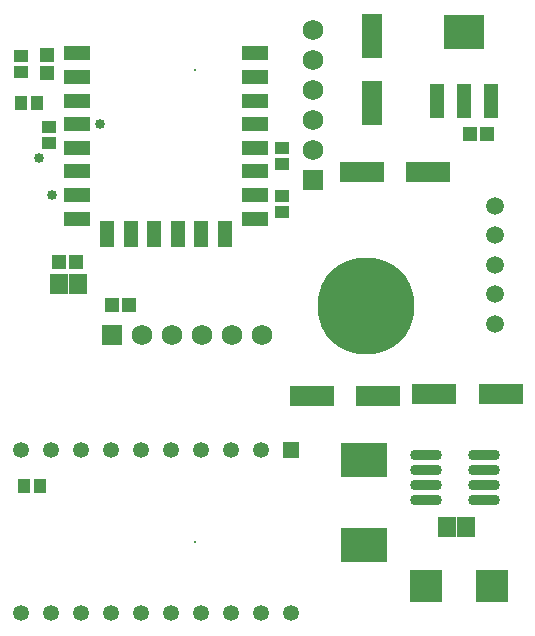
<source format=gts>
G04*
G04 #@! TF.GenerationSoftware,Altium Limited,Altium Designer,23.6.0 (18)*
G04*
G04 Layer_Color=8388736*
%FSLAX25Y25*%
%MOIN*%
G70*
G04*
G04 #@! TF.SameCoordinates,7954F5F0-22A1-4131-B6F7-0AC426F17986*
G04*
G04*
G04 #@! TF.FilePolarity,Negative*
G04*
G01*
G75*
%ADD17R,0.08674X0.04737*%
%ADD18R,0.04737X0.08674*%
%ADD19R,0.07099X0.14580*%
%ADD20R,0.14580X0.07099*%
%ADD21R,0.04343X0.04934*%
%ADD22O,0.10642X0.03556*%
%ADD23R,0.06115X0.06509*%
%ADD24R,0.10642X0.10642*%
%ADD25R,0.15800X0.11784*%
%ADD26R,0.05918X0.06509*%
%ADD27R,0.04540X0.04934*%
%ADD28R,0.04934X0.04343*%
%ADD29R,0.13792X0.11430*%
%ADD30R,0.04737X0.11430*%
%ADD31R,0.04934X0.04540*%
%ADD32C,0.05900*%
%ADD33C,0.05315*%
%ADD34R,0.05315X0.05315*%
%ADD35C,0.32296*%
%ADD36C,0.00800*%
%ADD37R,0.06902X0.06902*%
%ADD38C,0.06902*%
%ADD39R,0.06902X0.06902*%
%ADD40C,0.03359*%
D17*
X18012Y190354D02*
D03*
Y182480D02*
D03*
Y174606D02*
D03*
Y166732D02*
D03*
Y158858D02*
D03*
Y150984D02*
D03*
X18012Y143110D02*
D03*
X18012Y135236D02*
D03*
X-41043Y135236D02*
D03*
Y143110D02*
D03*
Y150984D02*
D03*
X-41043Y158858D02*
D03*
X-41043Y166732D02*
D03*
X-41043Y174606D02*
D03*
X-41043Y182480D02*
D03*
Y190354D02*
D03*
D18*
X8169Y130118D02*
D03*
X295Y130118D02*
D03*
X-7579D02*
D03*
X-15453D02*
D03*
X-23327Y130118D02*
D03*
X-31201Y130118D02*
D03*
D19*
X56988Y195965D02*
D03*
Y173917D02*
D03*
D20*
X75787Y150886D02*
D03*
X53740D02*
D03*
X77953Y76772D02*
D03*
X100000D02*
D03*
X37008Y76279D02*
D03*
X59055D02*
D03*
D21*
X-53642Y46063D02*
D03*
X-58957D02*
D03*
X-54626Y173721D02*
D03*
X-59941D02*
D03*
D22*
X94587Y41417D02*
D03*
Y46417D02*
D03*
Y51417D02*
D03*
Y56417D02*
D03*
X75295Y41417D02*
D03*
Y46417D02*
D03*
Y51417D02*
D03*
Y56417D02*
D03*
D23*
X81988Y32579D02*
D03*
X88484D02*
D03*
D24*
X75122Y12894D02*
D03*
X97122D02*
D03*
D25*
X54626Y26594D02*
D03*
Y54705D02*
D03*
D26*
X-40846Y113386D02*
D03*
X-47146D02*
D03*
D27*
X-23720Y106398D02*
D03*
X-29429D02*
D03*
X95571Y163484D02*
D03*
X89862D02*
D03*
X-47343Y120669D02*
D03*
X-41634D02*
D03*
D28*
X-50591Y160433D02*
D03*
Y165748D02*
D03*
X27264Y158661D02*
D03*
Y153347D02*
D03*
Y137500D02*
D03*
Y142815D02*
D03*
X-59842Y189567D02*
D03*
Y184252D02*
D03*
D29*
X87697Y197539D02*
D03*
D30*
X96752Y174311D02*
D03*
X87697D02*
D03*
X78642D02*
D03*
D31*
X-51279Y189665D02*
D03*
Y183957D02*
D03*
D32*
X98130Y100197D02*
D03*
Y110039D02*
D03*
Y119882D02*
D03*
Y129724D02*
D03*
Y139567D02*
D03*
D33*
X30039Y3839D02*
D03*
X20039D02*
D03*
X10039D02*
D03*
X39D02*
D03*
X-9961D02*
D03*
X-19961D02*
D03*
X-29961D02*
D03*
X-39961D02*
D03*
X-49961D02*
D03*
X-59961D02*
D03*
Y58169D02*
D03*
X-49961D02*
D03*
X-39961D02*
D03*
X-29961D02*
D03*
X-19961D02*
D03*
X-9961D02*
D03*
X39D02*
D03*
X10039D02*
D03*
X20039D02*
D03*
D34*
X30039D02*
D03*
D35*
X55216Y106201D02*
D03*
D36*
X-1870Y27461D02*
D03*
Y184941D02*
D03*
D37*
X-29449Y96358D02*
D03*
D38*
X-19449D02*
D03*
X-9449D02*
D03*
X551D02*
D03*
X10551D02*
D03*
X20551D02*
D03*
X37402Y198248D02*
D03*
Y188248D02*
D03*
Y178248D02*
D03*
Y168248D02*
D03*
Y158248D02*
D03*
D39*
Y148248D02*
D03*
D40*
X-49606Y143110D02*
D03*
X-33661Y166949D02*
D03*
X-53740Y155610D02*
D03*
M02*

</source>
